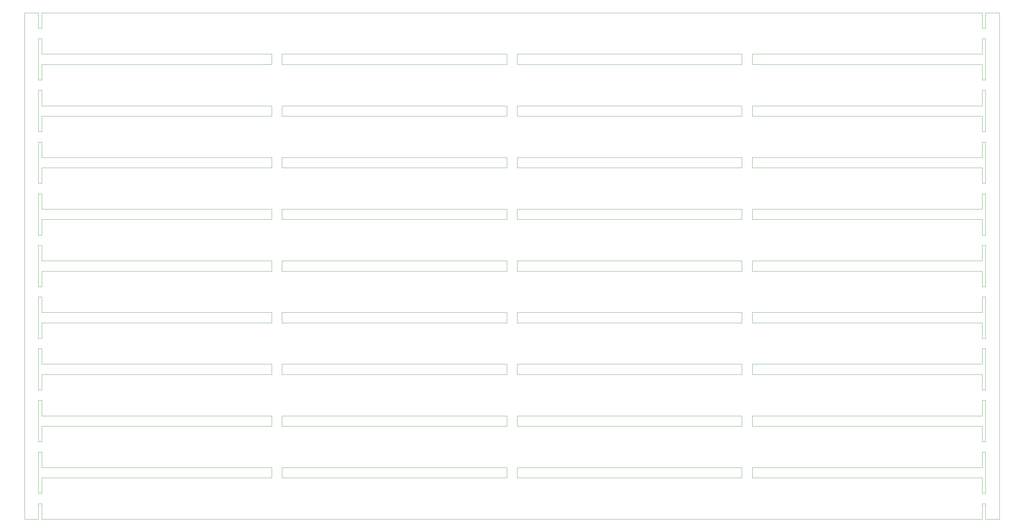
<source format=gm1>
G04 #@! TF.GenerationSoftware,KiCad,Pcbnew,7.0.7*
G04 #@! TF.CreationDate,2024-02-09T15:40:01-06:00*
G04 #@! TF.ProjectId,LEDIO Panel,4c454449-4f20-4506-916e-656c2e6b6963,rev?*
G04 #@! TF.SameCoordinates,PX3e2df80PYcfe1c60*
G04 #@! TF.FileFunction,Profile,NP*
%FSLAX46Y46*%
G04 Gerber Fmt 4.6, Leading zero omitted, Abs format (unit mm)*
G04 Created by KiCad (PCBNEW 7.0.7) date 2024-02-09 15:40:01*
%MOMM*%
%LPD*%
G01*
G04 APERTURE LIST*
G04 #@! TA.AperFunction,Profile*
%ADD10C,0.100000*%
G04 #@! TD*
G04 APERTURE END LIST*
D10*
X71625000Y72000000D02*
X5000000Y72000000D01*
X277500000Y102000000D02*
X210875000Y102000000D01*
X142750000Y12000000D02*
X142750000Y13500000D01*
X210875000Y90000000D02*
X277500000Y90000000D01*
X210875000Y12000000D02*
X210875000Y13500000D01*
X139750000Y87000000D02*
X74625000Y87000000D01*
X4000000Y142500000D02*
X4000000Y147000000D01*
X5000000Y117000000D02*
X5000000Y112500000D01*
X207875000Y88500000D02*
X207875000Y87000000D01*
X207875000Y73500000D02*
X207875000Y73500000D01*
X5000000Y147000000D02*
X5000000Y142500000D01*
X74625000Y87000000D02*
X74625000Y88500000D01*
X210875000Y57000000D02*
X210875000Y58500000D01*
X71625000Y133500000D02*
X71625000Y132000000D01*
X142750000Y120000000D02*
X142750000Y120000000D01*
X207875000Y87000000D02*
X142750000Y87000000D01*
X207875000Y45000000D02*
X207875000Y43500000D01*
X139750000Y135000000D02*
X139750000Y133500000D01*
X4000000Y4500000D02*
X5000000Y4500000D01*
X5000000Y94500000D02*
X5000000Y90000000D01*
X278500000Y0D02*
X282500000Y0D01*
X71625000Y13500000D02*
X71625000Y12000000D01*
X74625000Y133500000D02*
X74625000Y135000000D01*
X74625000Y88500000D02*
X74625000Y90000000D01*
X207875000Y57000000D02*
X142750000Y57000000D01*
X207875000Y12000000D02*
X142750000Y12000000D01*
X277500000Y15000000D02*
X277500000Y19500000D01*
X210875000Y43500000D02*
X210875000Y45000000D01*
X278500000Y34500000D02*
X278500000Y22500000D01*
X5000000Y105000000D02*
X71625000Y105000000D01*
X277500000Y27000000D02*
X210875000Y27000000D01*
X139750000Y27000000D02*
X74625000Y27000000D01*
X71625000Y132000000D02*
X5000000Y132000000D01*
X277500000Y112500000D02*
X277500000Y112500000D01*
X139750000Y45000000D02*
X139750000Y43500000D01*
X74625000Y43500000D02*
X74625000Y45000000D01*
X142750000Y28500000D02*
X142750000Y30000000D01*
X5000000Y0D02*
X277500000Y0D01*
X139750000Y75000000D02*
X139750000Y75000000D01*
X142750000Y88500000D02*
X142750000Y90000000D01*
X71625000Y105000000D02*
X71625000Y103500000D01*
X139750000Y75000000D02*
X139750000Y73500000D01*
X277500000Y64500000D02*
X278500000Y64500000D01*
X4000000Y49500000D02*
X5000000Y49500000D01*
X5000000Y120000000D02*
X71625000Y120000000D01*
X142750000Y135000000D02*
X207875000Y135000000D01*
X142750000Y60000000D02*
X207875000Y60000000D01*
X207875000Y13500000D02*
X207875000Y12000000D01*
X71625000Y135000000D02*
X71625000Y133500000D01*
X5000000Y7500000D02*
X4000000Y7500000D01*
X277500000Y124500000D02*
X278500000Y124500000D01*
X5000000Y42000000D02*
X5000000Y37500000D01*
X74625000Y132000000D02*
X74625000Y133500000D01*
X139750000Y43500000D02*
X139750000Y42000000D01*
X277500000Y30000000D02*
X277500000Y34500000D01*
X207875000Y135000000D02*
X207875000Y133500000D01*
X278500000Y49500000D02*
X278500000Y37500000D01*
X4000000Y127500000D02*
X4000000Y139500000D01*
X142750000Y87000000D02*
X142750000Y88500000D01*
X142750000Y43500000D02*
X142750000Y45000000D01*
X74625000Y118500000D02*
X74625000Y120000000D01*
X5000000Y109500000D02*
X5000000Y105000000D01*
X139750000Y88500000D02*
X139750000Y88500000D01*
X74625000Y57000000D02*
X74625000Y58500000D01*
X210875000Y118500000D02*
X210875000Y120000000D01*
X0Y147000000D02*
X0Y0D01*
X71625000Y27000000D02*
X5000000Y27000000D01*
X139750000Y90000000D02*
X139750000Y88500000D01*
X74625000Y120000000D02*
X139750000Y120000000D01*
X210875000Y135000000D02*
X277500000Y135000000D01*
X139750000Y133500000D02*
X139750000Y133500000D01*
X277500000Y127500000D02*
X277500000Y132000000D01*
X5000000Y94500000D02*
X5000000Y94500000D01*
X207875000Y15000000D02*
X207875000Y15000000D01*
X277500000Y127500000D02*
X277500000Y127500000D01*
X139750000Y15000000D02*
X139750000Y13500000D01*
X207875000Y27000000D02*
X142750000Y27000000D01*
X74625000Y135000000D02*
X139750000Y135000000D01*
X210875000Y30000000D02*
X277500000Y30000000D01*
X71625000Y45000000D02*
X71625000Y43500000D01*
X74625000Y60000000D02*
X139750000Y60000000D01*
X277500000Y117000000D02*
X210875000Y117000000D01*
X278500000Y64500000D02*
X278500000Y52500000D01*
X71625000Y15000000D02*
X71625000Y13500000D01*
X139750000Y118500000D02*
X139750000Y117000000D01*
X71625000Y117000000D02*
X5000000Y117000000D01*
X207875000Y30000000D02*
X207875000Y28500000D01*
X5000000Y79500000D02*
X5000000Y79500000D01*
X142750000Y15000000D02*
X207875000Y15000000D01*
X278500000Y109500000D02*
X278500000Y97500000D01*
X210875000Y102000000D02*
X210875000Y103500000D01*
X210875000Y27000000D02*
X210875000Y28500000D01*
X4000000Y139500000D02*
X5000000Y139500000D01*
X4000000Y22500000D02*
X4000000Y34500000D01*
X277500000Y79500000D02*
X278500000Y79500000D01*
X74625000Y72000000D02*
X74625000Y73500000D01*
X5000000Y49500000D02*
X5000000Y45000000D01*
X207875000Y120000000D02*
X207875000Y118500000D01*
X277500000Y82500000D02*
X277500000Y87000000D01*
X207875000Y45000000D02*
X207875000Y45000000D01*
X142750000Y132000000D02*
X142750000Y133500000D01*
X4000000Y112500000D02*
X4000000Y124500000D01*
X277500000Y105000000D02*
X277500000Y109500000D01*
X277500000Y37500000D02*
X277500000Y37500000D01*
X74625000Y75000000D02*
X139750000Y75000000D01*
X5000000Y75000000D02*
X71625000Y75000000D01*
X74625000Y117000000D02*
X74625000Y118500000D01*
X210875000Y13500000D02*
X210875000Y15000000D01*
X74625000Y102000000D02*
X74625000Y103500000D01*
X277500000Y7500000D02*
X277500000Y7500000D01*
X278500000Y67500000D02*
X277500000Y67500000D01*
X277500000Y22500000D02*
X277500000Y27000000D01*
X5000000Y64500000D02*
X5000000Y60000000D01*
X278500000Y52500000D02*
X277500000Y52500000D01*
X282500000Y147000000D02*
X278500000Y147000000D01*
X4000000Y37500000D02*
X4000000Y49500000D01*
X5000000Y139500000D02*
X5000000Y135000000D01*
X207875000Y105000000D02*
X207875000Y103500000D01*
X139750000Y132000000D02*
X74625000Y132000000D01*
X207875000Y43500000D02*
X207875000Y42000000D01*
X277500000Y82500000D02*
X277500000Y82500000D01*
X277500000Y142500000D02*
X277500000Y147000000D01*
X5000000Y52500000D02*
X4000000Y52500000D01*
X74625000Y28500000D02*
X74625000Y30000000D01*
X74625000Y45000000D02*
X139750000Y45000000D01*
X278500000Y19500000D02*
X278500000Y7500000D01*
X74625000Y12000000D02*
X74625000Y13500000D01*
X207875000Y28500000D02*
X207875000Y27000000D01*
X139750000Y15000000D02*
X139750000Y15000000D01*
X139750000Y120000000D02*
X139750000Y118500000D01*
X207875000Y60000000D02*
X207875000Y58500000D01*
X74625000Y103500000D02*
X74625000Y105000000D01*
X277500000Y109500000D02*
X278500000Y109500000D01*
X210875000Y73500000D02*
X210875000Y75000000D01*
X210875000Y42000000D02*
X210875000Y43500000D01*
X142750000Y58500000D02*
X142750000Y60000000D01*
X139750000Y88500000D02*
X139750000Y87000000D01*
X282500000Y0D02*
X282500000Y147000000D01*
X139750000Y28500000D02*
X139750000Y28500000D01*
X142750000Y72000000D02*
X142750000Y73500000D01*
X74625000Y105000000D02*
X139750000Y105000000D01*
X4000000Y82500000D02*
X4000000Y94500000D01*
X139750000Y60000000D02*
X139750000Y60000000D01*
X4000000Y79500000D02*
X5000000Y79500000D01*
X207875000Y132000000D02*
X142750000Y132000000D01*
X5000000Y37500000D02*
X4000000Y37500000D01*
X207875000Y90000000D02*
X207875000Y88500000D01*
X277500000Y4500000D02*
X278500000Y4500000D01*
X71625000Y42000000D02*
X5000000Y42000000D01*
X5000000Y124500000D02*
X5000000Y124500000D01*
X5000000Y19500000D02*
X5000000Y15000000D01*
X142750000Y120000000D02*
X207875000Y120000000D01*
X139750000Y60000000D02*
X139750000Y58500000D01*
X4000000Y67500000D02*
X4000000Y79500000D01*
X278500000Y124500000D02*
X278500000Y112500000D01*
X71625000Y102000000D02*
X5000000Y102000000D01*
X210875000Y120000000D02*
X277500000Y120000000D01*
X139750000Y103500000D02*
X139750000Y102000000D01*
X142750000Y103500000D02*
X142750000Y105000000D01*
X210875000Y88500000D02*
X210875000Y90000000D01*
X207875000Y103500000D02*
X207875000Y102000000D01*
X71625000Y28500000D02*
X71625000Y27000000D01*
X277500000Y37500000D02*
X277500000Y42000000D01*
X5000000Y139500000D02*
X5000000Y139500000D01*
X278500000Y7500000D02*
X277500000Y7500000D01*
X210875000Y72000000D02*
X210875000Y73500000D01*
X210875000Y60000000D02*
X277500000Y60000000D01*
X278500000Y37500000D02*
X277500000Y37500000D01*
X278500000Y127500000D02*
X277500000Y127500000D01*
X278500000Y97500000D02*
X277500000Y97500000D01*
X71625000Y58500000D02*
X71625000Y57000000D01*
X139750000Y42000000D02*
X74625000Y42000000D01*
X277500000Y22500000D02*
X277500000Y22500000D01*
X142750000Y118500000D02*
X142750000Y120000000D01*
X5000000Y49500000D02*
X5000000Y49500000D01*
X277500000Y67500000D02*
X277500000Y67500000D01*
X277500000Y112500000D02*
X277500000Y117000000D01*
X210875000Y87000000D02*
X210875000Y88500000D01*
X142750000Y30000000D02*
X207875000Y30000000D01*
X4000000Y94500000D02*
X5000000Y94500000D01*
X74625000Y30000000D02*
X139750000Y30000000D01*
X5000000Y124500000D02*
X5000000Y120000000D01*
X71625000Y87000000D02*
X5000000Y87000000D01*
X142750000Y75000000D02*
X207875000Y75000000D01*
X207875000Y72000000D02*
X142750000Y72000000D01*
X74625000Y15000000D02*
X139750000Y15000000D01*
X277500000Y94500000D02*
X278500000Y94500000D01*
X207875000Y118500000D02*
X207875000Y117000000D01*
X4000000Y7500000D02*
X4000000Y19500000D01*
X277500000Y97500000D02*
X277500000Y102000000D01*
X5000000Y102000000D02*
X5000000Y97500000D01*
X74625000Y58500000D02*
X74625000Y60000000D01*
X207875000Y15000000D02*
X207875000Y13500000D01*
X139750000Y103500000D02*
X139750000Y103500000D01*
X139750000Y118500000D02*
X139750000Y118500000D01*
X5000000Y67500000D02*
X4000000Y67500000D01*
X142750000Y90000000D02*
X142750000Y90000000D01*
X4000000Y52500000D02*
X4000000Y64500000D01*
X142750000Y42000000D02*
X142750000Y43500000D01*
X71625000Y60000000D02*
X71625000Y58500000D01*
X210875000Y105000000D02*
X277500000Y105000000D01*
X5000000Y82500000D02*
X4000000Y82500000D01*
X277500000Y42000000D02*
X210875000Y42000000D01*
X142750000Y105000000D02*
X142750000Y105000000D01*
X207875000Y60000000D02*
X207875000Y60000000D01*
X71625000Y103500000D02*
X71625000Y102000000D01*
X5000000Y112500000D02*
X4000000Y112500000D01*
X5000000Y12000000D02*
X5000000Y7500000D01*
X142750000Y133500000D02*
X142750000Y135000000D01*
X4000000Y97500000D02*
X4000000Y109500000D01*
X5000000Y30000000D02*
X71625000Y30000000D01*
X277500000Y19500000D02*
X278500000Y19500000D01*
X139750000Y28500000D02*
X139750000Y27000000D01*
X5000000Y57000000D02*
X5000000Y52500000D01*
X210875000Y15000000D02*
X277500000Y15000000D01*
X74625000Y42000000D02*
X74625000Y43500000D01*
X5000000Y72000000D02*
X5000000Y67500000D01*
X4000000Y124500000D02*
X5000000Y124500000D01*
X5000000Y132000000D02*
X5000000Y127500000D01*
X71625000Y43500000D02*
X71625000Y42000000D01*
X71625000Y73500000D02*
X71625000Y72000000D01*
X142750000Y13500000D02*
X142750000Y15000000D01*
X139750000Y13500000D02*
X139750000Y12000000D01*
X277500000Y132000000D02*
X210875000Y132000000D01*
X5000000Y34500000D02*
X5000000Y30000000D01*
X277500000Y57000000D02*
X210875000Y57000000D01*
X277500000Y60000000D02*
X277500000Y64500000D01*
X0Y0D02*
X4000000Y0D01*
X74625000Y27000000D02*
X74625000Y28500000D01*
X207875000Y58500000D02*
X207875000Y57000000D01*
X71625000Y12000000D02*
X5000000Y12000000D01*
X277500000Y90000000D02*
X277500000Y94500000D01*
X277500000Y12000000D02*
X210875000Y12000000D01*
X5000000Y34500000D02*
X5000000Y34500000D01*
X277500000Y97500000D02*
X277500000Y97500000D01*
X210875000Y58500000D02*
X210875000Y60000000D01*
X277500000Y7500000D02*
X277500000Y12000000D01*
X71625000Y88500000D02*
X71625000Y87000000D01*
X5000000Y27000000D02*
X5000000Y22500000D01*
X5000000Y135000000D02*
X71625000Y135000000D01*
X277500000Y45000000D02*
X277500000Y49500000D01*
X277500000Y67500000D02*
X277500000Y72000000D01*
X207875000Y30000000D02*
X207875000Y30000000D01*
X74625000Y73500000D02*
X74625000Y75000000D01*
X277500000Y120000000D02*
X277500000Y124500000D01*
X139750000Y30000000D02*
X139750000Y28500000D01*
X277500000Y49500000D02*
X278500000Y49500000D01*
X5000000Y90000000D02*
X71625000Y90000000D01*
X74625000Y90000000D02*
X139750000Y90000000D01*
X71625000Y57000000D02*
X5000000Y57000000D01*
X139750000Y117000000D02*
X74625000Y117000000D01*
X207875000Y75000000D02*
X207875000Y73500000D01*
X71625000Y118500000D02*
X71625000Y117000000D01*
X142750000Y73500000D02*
X142750000Y75000000D01*
X277500000Y52500000D02*
X277500000Y52500000D01*
X207875000Y133500000D02*
X207875000Y132000000D01*
X210875000Y132000000D02*
X210875000Y133500000D01*
X278500000Y94500000D02*
X278500000Y82500000D01*
X5000000Y97500000D02*
X4000000Y97500000D01*
X4000000Y64500000D02*
X5000000Y64500000D01*
X277500000Y34500000D02*
X278500000Y34500000D01*
X277500000Y87000000D02*
X210875000Y87000000D01*
X139750000Y57000000D02*
X74625000Y57000000D01*
X277500000Y147000000D02*
X5000000Y147000000D01*
X207875000Y102000000D02*
X142750000Y102000000D01*
X207875000Y117000000D02*
X142750000Y117000000D01*
X5000000Y87000000D02*
X5000000Y82500000D01*
X139750000Y58500000D02*
X139750000Y57000000D01*
X5000000Y127500000D02*
X4000000Y127500000D01*
X5000000Y19500000D02*
X5000000Y19500000D01*
X5000000Y4500000D02*
X5000000Y0D01*
X277500000Y139500000D02*
X278500000Y139500000D01*
X277500000Y72000000D02*
X210875000Y72000000D01*
X210875000Y45000000D02*
X277500000Y45000000D01*
X278500000Y147000000D02*
X278500000Y142500000D01*
X142750000Y27000000D02*
X142750000Y28500000D01*
X5000000Y142500000D02*
X4000000Y142500000D01*
X5000000Y22500000D02*
X4000000Y22500000D01*
X139750000Y133500000D02*
X139750000Y132000000D01*
X74625000Y13500000D02*
X74625000Y15000000D01*
X4000000Y109500000D02*
X5000000Y109500000D01*
X5000000Y109500000D02*
X5000000Y109500000D01*
X278500000Y142500000D02*
X277500000Y142500000D01*
X139750000Y12000000D02*
X74625000Y12000000D01*
X142750000Y105000000D02*
X207875000Y105000000D01*
X5000000Y60000000D02*
X71625000Y60000000D01*
X139750000Y73500000D02*
X139750000Y72000000D01*
X207875000Y42000000D02*
X142750000Y42000000D01*
X4000000Y19500000D02*
X5000000Y19500000D01*
X142750000Y90000000D02*
X207875000Y90000000D01*
X5000000Y79500000D02*
X5000000Y75000000D01*
X139750000Y102000000D02*
X74625000Y102000000D01*
X277500000Y52500000D02*
X277500000Y57000000D01*
X71625000Y75000000D02*
X71625000Y73500000D01*
X277500000Y135000000D02*
X277500000Y139500000D01*
X210875000Y133500000D02*
X210875000Y135000000D01*
X142750000Y117000000D02*
X142750000Y118500000D01*
X278500000Y79500000D02*
X278500000Y67500000D01*
X142750000Y57000000D02*
X142750000Y58500000D01*
X278500000Y4500000D02*
X278500000Y0D01*
X139750000Y105000000D02*
X139750000Y103500000D01*
X277500000Y75000000D02*
X277500000Y79500000D01*
X5000000Y64500000D02*
X5000000Y64500000D01*
X210875000Y103500000D02*
X210875000Y105000000D01*
X5000000Y45000000D02*
X71625000Y45000000D01*
X4000000Y34500000D02*
X5000000Y34500000D01*
X139750000Y72000000D02*
X74625000Y72000000D01*
X142750000Y45000000D02*
X207875000Y45000000D01*
X278500000Y139500000D02*
X278500000Y127500000D01*
X71625000Y30000000D02*
X71625000Y28500000D01*
X277500000Y0D02*
X277500000Y4500000D01*
X139750000Y45000000D02*
X139750000Y45000000D01*
X71625000Y120000000D02*
X71625000Y118500000D01*
X4000000Y147000000D02*
X0Y147000000D01*
X4000000Y0D02*
X4000000Y4500000D01*
X0Y147000000D02*
X0Y147000000D01*
X210875000Y75000000D02*
X277500000Y75000000D01*
X278500000Y82500000D02*
X277500000Y82500000D01*
X5000000Y15000000D02*
X71625000Y15000000D01*
X278500000Y112500000D02*
X277500000Y112500000D01*
X278500000Y22500000D02*
X277500000Y22500000D01*
X210875000Y117000000D02*
X210875000Y118500000D01*
X142750000Y135000000D02*
X142750000Y135000000D01*
X142750000Y102000000D02*
X142750000Y103500000D01*
X71625000Y90000000D02*
X71625000Y88500000D01*
X207875000Y73500000D02*
X207875000Y72000000D01*
X210875000Y28500000D02*
X210875000Y30000000D01*
M02*

</source>
